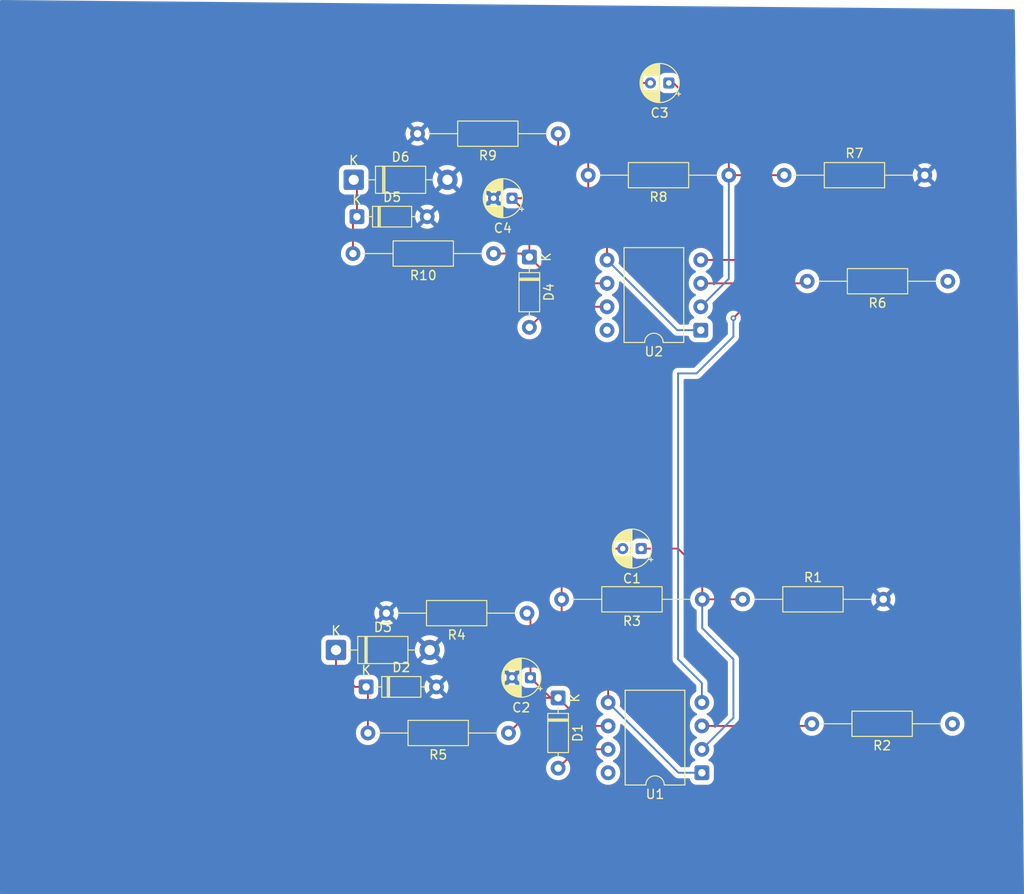
<source format=kicad_pcb>
(kicad_pcb (version 20241229) (generator "pcbnew") (generator_version "9.0")
  (layers (0 "F.Cu" signal) (2 "B.Cu" signal) (13 "F.Paste" user) (15 "B.Paste" user) (5 "F.SilkS" user "F.Silkscreen") (7 "B.SilkS" user "B.Silkscreen") (1 "F.Mask" user) (3 "B.Mask" user) (25 "Edge.Cuts" user))
  (net 0 "")
  (net 1 "Net-(D1-K)")
  (net 2 "Net-(D1-A)")
  (net 3 "GND")
  (net 4 "ADC1")
  (net 5 "Net-(D4-A)")
  (net 6 "Net-(D4-K)")
  (net 7 "ADC2")
  (net 8 "Net-(U1B-+)")
  (net 9 "Net-(U1A--)")
  (net 10 "Net-(U2A--)")
  (net 11 "Net-(U2B-+)")
  (net 12 "Net-(U1A-+)")
  (net 13 "SiPM1_OUT")
  (net 14 "SiPM2_OUT")
  (net 15 "Net-(U2A-+)")
  (net 16 "-15V")
  (net 17 "+15V")
  (footprint "Capacitor_THT:CP_Radial_D4.0mm_P2.00mm" (layer "F.Cu") (at 192 37 180)
    (property "Reference" "C4" (at 1 -3.25 0) (layer "F.SilkS"))
    (property "Value" "10nF")
    (pad "1" thru_hole roundrect (at 0 0 180) (size 1.2 1.2) (drill 0.6) (layers "*.Cu" "*.Mask") (roundrect_rratio 0.208333) (net 6 "Net-(D4-K)"))
    (pad "2" thru_hole circle (at 2 0 180) (size 1.2 1.2) (drill 0.6) (layers "*.Cu" "*.Mask") (net 3 "GND"))
  )
  (footprint "Diode_THT:D_DO-41_SOD81_P10.16mm_Horizontal" (layer "F.Cu") (at 174.84 35)
    (property "Reference" "D6" (at 5.08 -2.47 0) (layer "F.SilkS"))
    (property "Value" "1N4728A")
    (fp_text user "K" (at 0 -2.1 0) (layer "F.SilkS"))
    (pad "1" thru_hole roundrect (at 0 0) (size 2.2 2.2) (drill 1.1) (layers "*.Cu" "*.Mask") (roundrect_rratio 0.113636) (net 7 "ADC2"))
    (pad "2" thru_hole circle (at 10.16 0) (size 2.2 2.2) (drill 1.1) (layers "*.Cu" "*.Mask") (net 3 "GND"))
  )
  (footprint "Diode_THT:D_DO-35_SOD27_P7.62mm_Horizontal" (layer "F.Cu") (at 193.88 43.38 -90)
    (property "Reference" "D4" (at 3.81 -2.12 90) (layer "F.SilkS"))
    (property "Value" "BAT43")
    (fp_text user "K" (at 0 -1.8 90) (layer "F.SilkS"))
    (pad "1" thru_hole roundrect (at 0 0 270) (size 1.6 1.6) (drill 0.8) (layers "*.Cu" "*.Mask") (roundrect_rratio 0.15625) (net 6 "Net-(D4-K)"))
    (pad "2" thru_hole circle (at 7.62 0 270) (size 1.6 1.6) (drill 0.8) (layers "*.Cu" "*.Mask") (net 5 "Net-(D4-A)"))
  )
  (footprint "Resistor_THT:R_Axial_DIN0207_L6.3mm_D2.5mm_P15.24mm_Horizontal" (layer "F.Cu") (at 239.74 94 180)
    (property "Reference" "R2" (at 7.62 -2.37 0) (layer "F.SilkS"))
    (property "Value" "1k")
    (pad "1" thru_hole circle (at 0 0 180) (size 1.6 1.6) (drill 0.8) (layers "*.Cu" "*.Mask") (net 13 "SiPM1_OUT"))
    (pad "2" thru_hole circle (at 15.24 0 180) (size 1.6 1.6) (drill 0.8) (layers "*.Cu" "*.Mask") (net 12 "Net-(U1A-+)"))
  )
  (footprint "Resistor_THT:R_Axial_DIN0207_L6.3mm_D2.5mm_P15.24mm_Horizontal" (layer "F.Cu") (at 221.5 34.5)
    (property "Reference" "R7" (at 7.62 -2.37 0) (layer "F.SilkS"))
    (property "Value" "510")
    (pad "1" thru_hole circle (at 0 0) (size 1.6 1.6) (drill 0.8) (layers "*.Cu" "*.Mask") (net 10 "Net-(U2A--)"))
    (pad "2" thru_hole circle (at 15.24 0) (size 1.6 1.6) (drill 0.8) (layers "*.Cu" "*.Mask") (net 3 "GND"))
  )
  (footprint "Resistor_THT:R_Axial_DIN0207_L6.3mm_D2.5mm_P15.24mm_Horizontal" (layer "F.Cu") (at 215.5 34.5 180)
    (property "Reference" "R8" (at 7.62 -2.37 0) (layer "F.SilkS"))
    (property "Value" "10k")
    (pad "1" thru_hole circle (at 0 0 180) (size 1.6 1.6) (drill 0.8) (layers "*.Cu" "*.Mask") (net 10 "Net-(U2A--)"))
    (pad "2" thru_hole circle (at 15.24 0 180) (size 1.6 1.6) (drill 0.8) (layers "*.Cu" "*.Mask") (net 11 "Net-(U2B-+)"))
  )
  (footprint "Resistor_THT:R_Axial_DIN0207_L6.3mm_D2.5mm_P15.24mm_Horizontal" (layer "F.Cu") (at 190 43 180)
    (property "Reference" "R10" (at 7.62 -2.37 0) (layer "F.SilkS"))
    (property "Value" "10k")
    (pad "1" thru_hole circle (at 0 0 180) (size 1.6 1.6) (drill 0.8) (layers "*.Cu" "*.Mask") (net 6 "Net-(D4-K)"))
    (pad "2" thru_hole circle (at 15.24 0 180) (size 1.6 1.6) (drill 0.8) (layers "*.Cu" "*.Mask") (net 7 "ADC2"))
  )
  (footprint "Resistor_THT:R_Axial_DIN0207_L6.3mm_D2.5mm_P15.24mm_Horizontal" (layer "F.Cu") (at 217 80.5)
    (property "Reference" "R1" (at 7.62 -2.37 0) (layer "F.SilkS"))
    (property "Value" "510")
    (pad "1" thru_hole circle (at 0 0) (size 1.6 1.6) (drill 0.8) (layers "*.Cu" "*.Mask") (net 9 "Net-(U1A--)"))
    (pad "2" thru_hole circle (at 15.24 0) (size 1.6 1.6) (drill 0.8) (layers "*.Cu" "*.Mask") (net 3 "GND"))
  )
  (footprint "Diode_THT:D_DO-35_SOD27_P7.62mm_Horizontal" (layer "F.Cu") (at 197 91.19 -90)
    (property "Reference" "D1" (at 3.81 -2.12 90) (layer "F.SilkS"))
    (property "Value" "BAT43")
    (fp_text user "K" (at 0 -1.8 90) (layer "F.SilkS"))
    (pad "1" thru_hole roundrect (at 0 0 270) (size 1.6 1.6) (drill 0.8) (layers "*.Cu" "*.Mask") (roundrect_rratio 0.15625) (net 1 "Net-(D1-K)"))
    (pad "2" thru_hole circle (at 7.62 0 270) (size 1.6 1.6) (drill 0.8) (layers "*.Cu" "*.Mask") (net 2 "Net-(D1-A)"))
  )
  (footprint "Package_DIP:DIP-8_W10.16mm" (layer "F.Cu") (at 212.58 99.31 180)
    (property "Reference" "U1" (at 5.08 -2.33 0) (layer "F.SilkS"))
    (property "Value" "LM6172")
    (pad "1" thru_hole roundrect (at 0 0 180) (size 1.6 1.6) (drill 0.8) (layers "*.Cu" "*.Mask") (roundrect_rratio 0.15625) (net 8 "Net-(U1B-+)"))
    (pad "2" thru_hole circle (at 0 2.54 180) (size 1.6 1.6) (drill 0.8) (layers "*.Cu" "*.Mask") (net 9 "Net-(U1A--)"))
    (pad "3" thru_hole circle (at 0 5.08 180) (size 1.6 1.6) (drill 0.8) (layers "*.Cu" "*.Mask") (net 12 "Net-(U1A-+)"))
    (pad "4" thru_hole circle (at 0 7.62 180) (size 1.6 1.6) (drill 0.8) (layers "*.Cu" "*.Mask") (net 16 "-15V"))
    (pad "5" thru_hole circle (at 10.16 7.62 180) (size 1.6 1.6) (drill 0.8) (layers "*.Cu" "*.Mask") (net 8 "Net-(U1B-+)"))
    (pad "6" thru_hole circle (at 10.16 5.08 180) (size 1.6 1.6) (drill 0.8) (layers "*.Cu" "*.Mask") (net 1 "Net-(D1-K)"))
    (pad "7" thru_hole circle (at 10.16 2.54 180) (size 1.6 1.6) (drill 0.8) (layers "*.Cu" "*.Mask") (net 2 "Net-(D1-A)"))
    (pad "8" thru_hole circle (at 10.16 0 180) (size 1.6 1.6) (drill 0.8) (layers "*.Cu" "*.Mask") (net 17 "+15V"))
  )
  (footprint "Package_DIP:DIP-8_W10.16mm" (layer "F.Cu") (at 212.46 51.31 180)
    (property "Reference" "U2" (at 5.08 -2.33 0) (layer "F.SilkS"))
    (property "Value" "LM6172")
    (pad "1" thru_hole roundrect (at 0 0 180) (size 1.6 1.6) (drill 0.8) (layers "*.Cu" "*.Mask") (roundrect_rratio 0.15625) (net 11 "Net-(U2B-+)"))
    (pad "2" thru_hole circle (at 0 2.54 180) (size 1.6 1.6) (drill 0.8) (layers "*.Cu" "*.Mask") (net 10 "Net-(U2A--)"))
    (pad "3" thru_hole circle (at 0 5.08 180) (size 1.6 1.6) (drill 0.8) (layers "*.Cu" "*.Mask") (net 15 "Net-(U2A-+)"))
    (pad "4" thru_hole circle (at 0 7.62 180) (size 1.6 1.6) (drill 0.8) (layers "*.Cu" "*.Mask") (net 16 "-15V"))
    (pad "5" thru_hole circle (at 10.16 7.62 180) (size 1.6 1.6) (drill 0.8) (layers "*.Cu" "*.Mask") (net 11 "Net-(U2B-+)"))
    (pad "6" thru_hole circle (at 10.16 5.08 180) (size 1.6 1.6) (drill 0.8) (layers "*.Cu" "*.Mask") (net 6 "Net-(D4-K)"))
    (pad "7" thru_hole circle (at 10.16 2.54 180) (size 1.6 1.6) (drill 0.8) (layers "*.Cu" "*.Mask") (net 5 "Net-(D4-A)"))
    (pad "8" thru_hole circle (at 10.16 0 180) (size 1.6 1.6) (drill 0.8) (layers "*.Cu" "*.Mask") (net 17 "+15V"))
  )
  (footprint "Resistor_THT:R_Axial_DIN0207_L6.3mm_D2.5mm_P15.24mm_Horizontal" (layer "F.Cu") (at 193.62 82 180)
    (property "Reference" "R4" (at 7.62 -2.37 0) (layer "F.SilkS"))
    (property "Value" "20k")
    (pad "1" thru_hole circle (at 0 0 180) (size 1.6 1.6) (drill 0.8) (layers "*.Cu" "*.Mask") (net 1 "Net-(D1-K)"))
    (pad "2" thru_hole circle (at 15.24 0 180) (size 1.6 1.6) (drill 0.8) (layers "*.Cu" "*.Mask") (net 3 "GND"))
  )
  (footprint "Capacitor_THT:CP_Radial_D4.0mm_P2.00mm" (layer "F.Cu") (at 194 89 180)
    (property "Reference" "C2" (at 1 -3.25 0) (layer "F.SilkS"))
    (property "Value" "10nF")
    (pad "1" thru_hole roundrect (at 0 0 180) (size 1.2 1.2) (drill 0.6) (layers "*.Cu" "*.Mask") (roundrect_rratio 0.208333) (net 1 "Net-(D1-K)"))
    (pad "2" thru_hole circle (at 2 0 180) (size 1.2 1.2) (drill 0.6) (layers "*.Cu" "*.Mask") (net 3 "GND"))
  )
  (footprint "Diode_THT:D_DO-41_SOD81_P10.16mm_Horizontal" (layer "F.Cu") (at 172.92 86)
    (property "Reference" "D3" (at 5.08 -2.47 0) (layer "F.SilkS"))
    (property "Value" "1N4728A")
    (fp_text user "K" (at 0 -2.1 0) (layer "F.SilkS"))
    (pad "1" thru_hole roundrect (at 0 0) (size 2.2 2.2) (drill 1.1) (layers "*.Cu" "*.Mask") (roundrect_rratio 0.113636) (net 4 "ADC1"))
    (pad "2" thru_hole circle (at 10.16 0) (size 2.2 2.2) (drill 1.1) (layers "*.Cu" "*.Mask") (net 3 "GND"))
  )
  (footprint "Resistor_THT:R_Axial_DIN0207_L6.3mm_D2.5mm_P15.24mm_Horizontal" (layer "F.Cu") (at 212.62 80.5 180)
    (property "Reference" "R3" (at 7.62 -2.37 0) (layer "F.SilkS"))
    (property "Value" "10k")
    (pad "1" thru_hole circle (at 0 0 180) (size 1.6 1.6) (drill 0.8) (layers "*.Cu" "*.Mask") (net 9 "Net-(U1A--)"))
    (pad "2" thru_hole circle (at 15.24 0 180) (size 1.6 1.6) (drill 0.8) (layers "*.Cu" "*.Mask") (net 8 "Net-(U1B-+)"))
  )
  (footprint "Resistor_THT:R_Axial_DIN0207_L6.3mm_D2.5mm_P15.24mm_Horizontal" (layer "F.Cu") (at 239.24 46 180)
    (property "Reference" "R6" (at 7.62 -2.37 0) (layer "F.SilkS"))
    (property "Value" "1k")
    (pad "1" thru_hole circle (at 0 0 180) (size 1.6 1.6) (drill 0.8) (layers "*.Cu" "*.Mask") (net 14 "SiPM2_OUT"))
    (pad "2" thru_hole circle (at 15.24 0 180) (size 1.6 1.6) (drill 0.8) (layers "*.Cu" "*.Mask") (net 15 "Net-(U2A-+)"))
  )
  (footprint "Capacitor_THT:CP_Radial_D4.0mm_P2.00mm" (layer "F.Cu") (at 206 75 180)
    (property "Reference" "C1" (at 1 -3.25 0) (layer "F.SilkS"))
    (property "Value" "10pF")
    (pad "1" thru_hole roundrect (at 0 0 180) (size 1.2 1.2) (drill 0.6) (layers "*.Cu" "*.Mask") (roundrect_rratio 0.208333) (net 9 "Net-(U1A--)"))
    (pad "2" thru_hole circle (at 2 0 180) (size 1.2 1.2) (drill 0.6) (layers "*.Cu" "*.Mask") (net 8 "Net-(U1B-+)"))
  )
  (footprint "Resistor_THT:R_Axial_DIN0207_L6.3mm_D2.5mm_P15.24mm_Horizontal" (layer "F.Cu") (at 191.62 95 180)
    (property "Reference" "R5" (at 7.62 -2.37 0) (layer "F.SilkS"))
    (property "Value" "10k")
    (pad "1" thru_hole circle (at 0 0 180) (size 1.6 1.6) (drill 0.8) (layers "*.Cu" "*.Mask") (net 1 "Net-(D1-K)"))
    (pad "2" thru_hole circle (at 15.24 0 180) (size 1.6 1.6) (drill 0.8) (layers "*.Cu" "*.Mask") (net 4 "ADC1"))
  )
  (footprint "Diode_THT:D_DO-35_SOD27_P7.62mm_Horizontal" (layer "F.Cu") (at 176.19 90)
    (property "Reference" "D2" (at 3.81 -2.12 0) (layer "F.SilkS"))
    (property "Value" "BAT43")
    (fp_text user "K" (at 0 -1.8 0) (layer "F.SilkS"))
    (pad "1" thru_hole roundrect (at 0 0) (size 1.6 1.6) (drill 0.8) (layers "*.Cu" "*.Mask") (roundrect_rratio 0.15625) (net 4 "ADC1"))
    (pad "2" thru_hole circle (at 7.62 0) (size 1.6 1.6) (drill 0.8) (layers "*.Cu" "*.Mask") (net 3 "GND"))
  )
  (footprint "Resistor_THT:R_Axial_DIN0207_L6.3mm_D2.5mm_P15.24mm_Horizontal" (layer "F.Cu") (at 197 30 180)
    (property "Reference" "R9" (at 7.62 -2.37 0) (layer "F.SilkS"))
    (property "Value" "20k")
    (pad "1" thru_hole circle (at 0 0 180) (size 1.6 1.6) (drill 0.8) (layers "*.Cu" "*.Mask") (net 6 "Net-(D4-K)"))
    (pad "2" thru_hole circle (at 15.24 0 180) (size 1.6 1.6) (drill 0.8) (layers "*.Cu" "*.Mask") (net 3 "GND"))
  )
  (footprint "Diode_THT:D_DO-35_SOD27_P7.62mm_Horizontal" (layer "F.Cu") (at 175.19 39)
    (property "Reference" "D5" (at 3.81 -2.12 0) (layer "F.SilkS"))
    (property "Value" "BAT43")
    (fp_text user "K" (at 0 -1.8 0) (layer "F.SilkS"))
    (pad "1" thru_hole roundrect (at 0 0) (size 1.6 1.6) (drill 0.8) (layers "*.Cu" "*.Mask") (roundrect_rratio 0.15625) (net 7 "ADC2"))
    (pad "2" thru_hole circle (at 7.62 0) (size 1.6 1.6) (drill 0.8) (layers "*.Cu" "*.Mask") (net 3 "GND"))
  )
  (footprint "Capacitor_THT:CP_Radial_D4.0mm_P2.00mm" (layer "F.Cu") (at 209 24.5 180)
    (property "Reference" "C3" (at 1 -3.25 0) (layer "F.SilkS"))
    (property "Value" "10pF")
    (pad "1" thru_hole roundrect (at 0 0 180) (size 1.2 1.2) (drill 0.6) (layers "*.Cu" "*.Mask") (roundrect_rratio 0.208333) (net 10 "Net-(U2A--)"))
    (pad "2" thru_hole circle (at 2 0 180) (size 1.2 1.2) (drill 0.6) (layers "*.Cu" "*.Mask") (net 11 "Net-(U2B-+)"))
  )
  (segment (start 195.43 91.19) (end 191.62 95) (width 0.2) (layer "F.Cu") (net 1))
  (segment (start 194 89) (end 194 82.38) (width 0.2) (layer "F.Cu") (net 1))
  (segment (start 196.19 91.19) (end 194 89) (width 0.2) (layer "F.Cu") (net 1))
  (segment (start 202.42 94.23) (end 200.04 94.23) (width 0.2) (layer "F.Cu") (net 1))
  (segment (start 197 91.19) (end 196.19 91.19) (width 0.2) (layer "F.Cu") (net 1))
  (segment (start 194 82.38) (end 193.62 82) (width 0.2) (layer "F.Cu") (net 1))
  (segment (start 200.04 94.23) (end 197 91.19) (width 0.2) (layer "F.Cu") (net 1))
  (segment (start 197 91.19) (end 195.43 91.19) (width 0.2) (layer "F.Cu") (net 1))
  (segment (start 197 91.19) (end 197 91.24) (width 0.2) (layer "F.Cu") (net 1))
  (segment (start 199.04 96.77) (end 197 98.81) (width 0.2) (layer "F.Cu") (net 2))
  (segment (start 202.42 96.77) (end 199.04 96.77) (width 0.2) (layer "F.Cu") (net 2))
  (segment (start 175 90) (end 172.92 87.92) (width 0.2) (layer "F.Cu") (net 4))
  (segment (start 176.38 95) (end 176.38 90.19) (width 0.2) (layer "F.Cu") (net 4))
  (segment (start 176.19 90) (end 175 90) (width 0.2) (layer "F.Cu") (net 4))
  (segment (start 176.38 90.19) (end 176.19 90) (width 0.2) (layer "F.Cu") (net 4))
  (segment (start 172.92 87.92) (end 172.92 86) (width 0.2) (layer "F.Cu") (net 4))
  (segment (start 196.11 48.77) (end 193.88 51) (width 0.2) (layer "F.Cu") (net 5))
  (segment (start 202.3 48.77) (end 196.11 48.77) (width 0.2) (layer "F.Cu") (net 5))
  (segment (start 193.38 43.38) (end 193 43) (width 0.2) (layer "F.Cu") (net 6))
  (segment (start 196.73 46.23) (end 193.88 43.38) (width 0.2) (layer "F.Cu") (net 6))
  (segment (start 202.3 46.23) (end 196.73 46.23) (width 0.2) (layer "F.Cu") (net 6))
  (segment (start 193.88 39.12) (end 194 39) (width 0.2) (layer "F.Cu") (net 6))
  (segment (start 197 30) (end 197 33) (width 0.2) (layer "F.Cu") (net 6))
  (segment (start 193.88 43.38) (end 193.38 43.38) (width 0.2) (layer "F.Cu") (net 6))
  (segment (start 193 43) (end 190 43) (width 0.2) (layer "F.Cu") (net 6))
  (segment (start 194 39) (end 192 37) (width 0.2) (layer "F.Cu") (net 6))
  (segment (start 193 37) (end 192 37) (width 0.2) (layer "F.Cu") (net 6))
  (segment (start 197 33) (end 193 37) (width 0.2) (layer "F.Cu") (net 6))
  (segment (start 193.88 43.38) (end 193.88 39.12) (width 0.2) (layer "F.Cu") (net 6))
  (segment (start 174.76 39.43) (end 175.19 39) (width 0.2) (layer "F.Cu") (net 7))
  (segment (start 175.19 39) (end 175.19 35.35) (width 0.2) (layer "F.Cu") (net 7))
  (segment (start 174.76 43) (end 174.76 39.43) (width 0.2) (layer "F.Cu") (net 7))
  (segment (start 175.19 35.35) (end 174.84 35) (width 0.2) (layer "F.Cu") (net 7))
  (segment (start 197.38 77.12) (end 199.5 75) (width 0.2) (layer "F.Cu") (net 8))
  (segment (start 199.5 75) (end 204 75) (width 0.2) (layer "F.Cu") (net 8))
  (segment (start 197.38 80.5) (end 197.38 77.12) (width 0.2) (layer "F.Cu") (net 8))
  (segment (start 202.42 89.92) (end 197.38 84.88) (width 0.2) (layer "F.Cu") (net 8))
  (segment (start 202.42 91.69) (end 202.42 89.92) (width 0.2) (layer "F.Cu") (net 8))
  (segment (start 197.38 84.88) (end 197.38 80.5) (width 0.2) (layer "F.Cu") (net 8))
  (segment (start 210.04 99.31) (end 202.42 91.69) (width 0.2) (layer "B.Cu") (net 8))
  (segment (start 212.58 99.31) (end 210.04 99.31) (width 0.2) (layer "B.Cu") (net 8))
  (segment (start 212 77) (end 212.5 77) (width 0.2) (layer "F.Cu") (net 9))
  (segment (start 217 80.5) (end 212.62 80.5) (width 0.2) (layer "F.Cu") (net 9))
  (segment (start 210 75) (end 212 77) (width 0.2) (layer "F.Cu") (net 9))
  (segment (start 212.5 77) (end 212.5 77.5) (width 0.2) (layer "F.Cu") (net 9))
  (segment (start 212.62 77.62) (end 212.62 80.5) (width 0.2) (layer "F.Cu") (net 9))
  (segment (start 212.5 77.5) (end 212.62 77.62) (width 0.2) (layer "F.Cu") (net 9))
  (segment (start 206 75) (end 210 75) (width 0.2) (layer "F.Cu") (net 9))
  (segment (start 212.62 80.5) (end 212.62 83.62) (width 0.2) (layer "B.Cu") (net 9))
  (segment (start 212.62 83.62) (end 216 87) (width 0.2) (layer "B.Cu") (net 9))
  (segment (start 216 87) (end 216 93.35) (width 0.2) (layer "B.Cu") (net 9))
  (segment (start 216 93.35) (end 212.58 96.77) (width 0.2) (layer "B.Cu") (net 9))
  (segment (start 209.5 24.5) (end 209 24.5) (width 0.2) (layer "F.Cu") (net 10))
  (segment (start 215.5 34.5) (end 215.5 30.5) (width 0.2) (layer "F.Cu") (net 10))
  (segment (start 221.5 34.5) (end 215.5 34.5) (width 0.2) (layer "F.Cu") (net 10))
  (segment (start 215.5 30.5) (end 209.5 24.5) (width 0.2) (layer "F.Cu") (net 10))
  (segment (start 215.5 45.73) (end 212.46 48.77) (width 0.2) (layer "B.Cu") (net 10))
  (segment (start 215.5 34.5) (end 215.5 45.73) (width 0.2) (layer "B.Cu") (net 10))
  (segment (start 202.3 39.3) (end 202.3 43.69) (width 0.2) (layer "F.Cu") (net 11))
  (segment (start 200.26 34.5) (end 200.26 37.26) (width 0.2) (layer "F.Cu") (net 11))
  (segment (start 200.26 37.26) (end 202.3 39.3) (width 0.2) (layer "F.Cu") (net 11))
  (segment (start 207 24.5) (end 206 24.5) (width 0.2) (layer "F.Cu") (net 11))
  (segment (start 200.26 30.24) (end 200.26 34.5) (width 0.2) (layer "F.Cu") (net 11))
  (segment (start 206 24.5) (end 200.26 30.24) (width 0.2) (layer "F.Cu") (net 11))
  (segment (start 209.92 51.31) (end 202.3 43.69) (width 0.2) (layer "B.Cu") (net 11))
  (segment (start 212.46 51.31) (end 209.92 51.31) (width 0.2) (layer "B.Cu") (net 11))
  (segment (start 224.27 94.23) (end 224.5 94) (width 0.2) (layer "F.Cu") (net 12))
  (segment (start 212.58 94.23) (end 224.27 94.23) (width 0.2) (layer "F.Cu") (net 12))
  (segment (start 212.46 46.23) (end 223.77 46.23) (width 0.2) (layer "F.Cu") (net 15))
  (segment (start 223.77 46.23) (end 224 46) (width 0.2) (layer "F.Cu") (net 15))
  (segment (start 226 49) (end 226 42) (width 0.2) (layer "F.Cu") (net 16))
  (segment (start 216.31 43.69) (end 212.46 43.69) (width 0.2) (layer "F.Cu") (net 16))
  (segment (start 219 41) (end 216.31 43.69) (width 0.2) (layer "F.Cu") (net 16))
  (segment (start 216 50) (end 217 49) (width 0.2) (layer "F.Cu") (net 16))
  (segment (start 217 49) (end 226 49) (width 0.2) (layer "F.Cu") (net 16))
  (segment (start 226 42) (end 227 41) (width 0.2) (layer "F.Cu") (net 16))
  (segment (start 227 41) (end 219 41) (width 0.2) (layer "F.Cu") (net 16))
  (via (at 216 50) (size 0.6) (drill 0.3) (layers "F.Cu" "B.Cu") (net 16))
  (segment (start 210 56) (end 212 56) (width 0.2) (layer "B.Cu") (net 16))
  (segment (start 212.58 91.69) (end 212.58 89.58) (width 0.2) (layer "B.Cu") (net 16))
  (segment (start 216 52) (end 216 50) (width 0.2) (layer "B.Cu") (net 16))
  (segment (start 212 56) (end 216 52) (width 0.2) (layer "B.Cu") (net 16))
  (segment (start 210 87) (end 210 56) (width 0.2) (layer "B.Cu") (net 16))
  (segment (start 212.58 89.58) (end 210 87) (width 0.2) (layer "B.Cu") (net 16))
  (zone (net 3) (net_name "GND") (layer "B.Cu") (connect_pads (clearance 0.5)) (min_thickness 0.25) (fill yes (thermal_gap 0.5) (thermal_bridge_width 0.5))
    (polygon (pts (xy 247.5 112.5) (xy 246.5 16.5) (xy 136.5 15.5) (xy 136.5 112.5)))
  )
)
</source>
